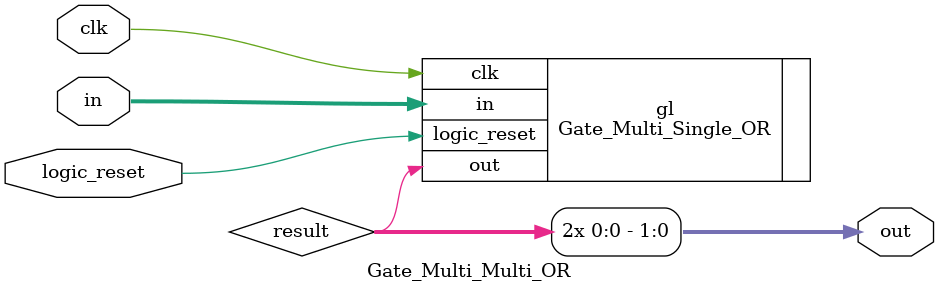
<source format=v>
module Gate_Multi_Multi_OR #(
    parameter INPUT_COUNT = 2,
    parameter OUTPUT_COUNT = 2
)(        
    input wire clk,
    input wire logic_reset,       
    input wire [INPUT_COUNT-1:0] in, 
    output wire [OUTPUT_COUNT-1:0] out
);

    wire result;

    assign out = {OUTPUT_COUNT{result}};

    Gate_Multi_Single_OR #( .INPUT_COUNT(INPUT_COUNT) ) gl (
        .clk(clk),
        .logic_reset(logic_reset),
        .in(in),
        .out(result)
    );

endmodule
</source>
